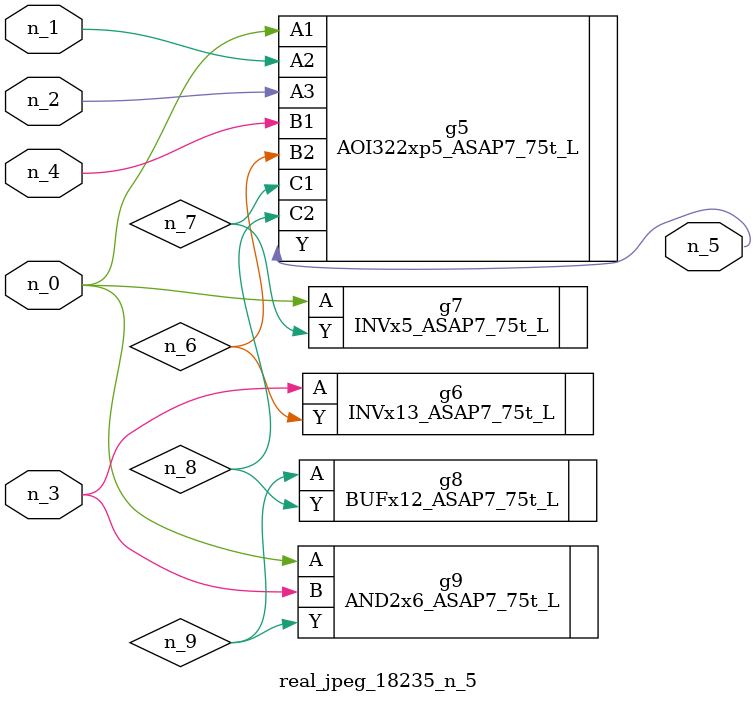
<source format=v>
module real_jpeg_18235_n_5 (n_4, n_0, n_1, n_2, n_3, n_5);

input n_4;
input n_0;
input n_1;
input n_2;
input n_3;

output n_5;

wire n_8;
wire n_6;
wire n_7;
wire n_9;

AOI322xp5_ASAP7_75t_L g5 ( 
.A1(n_0),
.A2(n_1),
.A3(n_2),
.B1(n_4),
.B2(n_6),
.C1(n_7),
.C2(n_8),
.Y(n_5)
);

INVx5_ASAP7_75t_L g7 ( 
.A(n_0),
.Y(n_7)
);

AND2x6_ASAP7_75t_L g9 ( 
.A(n_0),
.B(n_3),
.Y(n_9)
);

INVx13_ASAP7_75t_L g6 ( 
.A(n_3),
.Y(n_6)
);

BUFx12_ASAP7_75t_L g8 ( 
.A(n_9),
.Y(n_8)
);


endmodule
</source>
